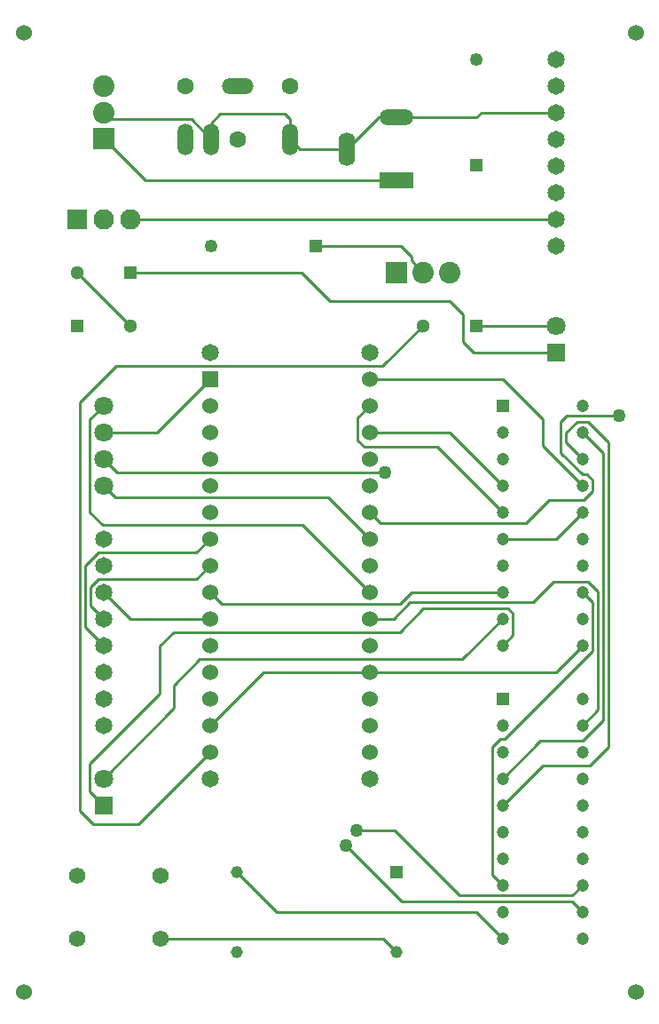
<source format=gbl>
G04*
G04 #@! TF.GenerationSoftware,Altium Limited,Altium Designer,23.3.1 (30)*
G04*
G04 Layer_Physical_Order=2*
G04 Layer_Color=16711680*
%FSLAX44Y44*%
%MOMM*%
G71*
G04*
G04 #@! TF.SameCoordinates,D36B0BC1-D60A-48D3-9530-44C1F81AE03C*
G04*
G04*
G04 #@! TF.FilePolarity,Positive*
G04*
G01*
G75*
%ADD15C,0.2540*%
G04:AMPARAMS|DCode=23|XSize=3.2mm|YSize=1.6mm|CornerRadius=0.8mm|HoleSize=0mm|Usage=FLASHONLY|Rotation=0.000|XOffset=0mm|YOffset=0mm|HoleType=Round|Shape=RoundedRectangle|*
%AMROUNDEDRECTD23*
21,1,3.2000,0.0000,0,0,0.0*
21,1,1.6000,1.6000,0,0,0.0*
1,1,1.6000,0.8000,0.0000*
1,1,1.6000,-0.8000,0.0000*
1,1,1.6000,-0.8000,0.0000*
1,1,1.6000,0.8000,0.0000*
%
%ADD23ROUNDEDRECTD23*%
%ADD24R,3.2000X1.6000*%
G04:AMPARAMS|DCode=25|XSize=1.6mm|YSize=3.2mm|CornerRadius=0.8mm|HoleSize=0mm|Usage=FLASHONLY|Rotation=0.000|XOffset=0mm|YOffset=0mm|HoleType=Round|Shape=RoundedRectangle|*
%AMROUNDEDRECTD25*
21,1,1.6000,1.6000,0,0,0.0*
21,1,0.0000,3.2000,0,0,0.0*
1,1,1.6000,0.0000,-0.8000*
1,1,1.6000,0.0000,-0.8000*
1,1,1.6000,0.0000,0.8000*
1,1,1.6000,0.0000,0.8000*
%
%ADD25ROUNDEDRECTD25*%
%ADD30C,1.2500*%
%ADD31R,1.2500X1.2500*%
%ADD32R,1.2500X1.2500*%
%ADD43C,1.6500*%
%ADD44C,1.5240*%
%ADD45R,1.5240X1.5240*%
%ADD46R,1.1580X1.1580*%
%ADD47C,1.1580*%
%ADD48R,1.3000X1.3000*%
%ADD49C,1.3000*%
%ADD50R,2.0550X2.0550*%
%ADD51C,2.0550*%
%ADD52C,1.8000*%
%ADD53R,1.8000X1.8000*%
%ADD54R,1.9350X1.9350*%
%ADD55C,1.9350*%
%ADD56C,1.5750*%
%ADD57R,2.0550X2.0550*%
%ADD58O,3.0160X1.5080*%
%ADD59O,1.5080X3.0160*%
%ADD60C,1.6000*%
%ADD61C,1.2000*%
%ADD62R,1.2000X1.2000*%
%ADD63C,1.2700*%
D15*
X978408Y509270D02*
X1014730D01*
X1076706Y447294D02*
X1183894D01*
X1014730Y509270D02*
X1076706Y447294D01*
X1117600Y939800D02*
X1155700Y901700D01*
X990600Y939800D02*
X1117600D01*
X1155700Y876300D02*
Y901700D01*
Y876300D02*
X1193800Y838200D01*
X714248Y528320D02*
Y917448D01*
X748792Y951992D02*
X1002792D01*
X714248Y917448D02*
X748792Y951992D01*
X736600Y1187450D02*
X820350D01*
X791200Y406400D02*
X1003300D01*
X1016000Y393700D01*
X824992Y774192D02*
X838200Y787400D01*
X731520Y774192D02*
X824992D01*
X719328Y762000D02*
X731520Y774192D01*
X719328Y703072D02*
Y762000D01*
Y703072D02*
X736600Y685800D01*
X1183894Y441706D02*
X1193800Y431800D01*
X1021080Y441706D02*
X1183894D01*
X968248Y494538D02*
X1021080Y441706D01*
X723646Y901446D02*
X736600Y914400D01*
X723646Y812800D02*
Y901446D01*
Y812800D02*
X735584Y800862D01*
X926338D01*
X990600Y736600D01*
X1066800Y889000D02*
X1117600Y838200D01*
X990600Y889000D02*
X1066800D01*
X1097200Y1193800D02*
X1168400D01*
X1092200Y1188800D02*
X1097200Y1193800D01*
X1016000Y1188800D02*
X1092200D01*
X999000D02*
X1016000D01*
X969000Y1158800D02*
X999000Y1188800D01*
X736600Y558800D02*
X803656Y625856D01*
Y647700D01*
X828294Y672338D01*
X1078738D01*
X1117600Y711200D01*
X762000D02*
X838200D01*
X736600Y736600D02*
X762000Y711200D01*
X769620Y515620D02*
X838200Y584200D01*
X726948Y515620D02*
X769620D01*
X714248Y528320D02*
X726948Y515620D01*
X1002792Y951992D02*
X1041400Y990600D01*
X749300Y850900D02*
X1004824D01*
X736600Y863600D02*
X749300Y850900D01*
X736600Y889000D02*
X787400D01*
X838200Y939800D01*
X1117600Y787400D02*
X1168400D01*
X1193800Y812800D01*
X1178560Y904494D02*
X1228344D01*
X1173226Y899160D02*
X1178560Y904494D01*
X1173226Y869188D02*
Y899160D01*
Y869188D02*
X1193800Y848614D01*
X1198372D01*
X1203706Y843280D01*
Y833120D02*
Y843280D01*
X1194816Y824230D02*
X1203706Y833120D01*
X1161542Y824230D02*
X1194816D01*
X1139444Y802132D02*
X1161542Y824230D01*
X1001268Y802132D02*
X1139444D01*
X990600Y812800D02*
X1001268Y802132D01*
X1055370Y875030D02*
X1117600Y812800D01*
X985520Y875030D02*
X1055370D01*
X979170Y881380D02*
X985520Y875030D01*
X979170Y881380D02*
Y902970D01*
X990600Y914400D01*
X724408Y723392D02*
X736600Y711200D01*
X724408Y723392D02*
Y741680D01*
X731520Y748792D01*
X824992D01*
X838200Y762000D01*
X1117600Y533400D02*
X1155700Y571500D01*
X1201166D01*
X1218850Y589184D01*
Y878936D01*
X1198880Y898906D02*
X1218850Y878936D01*
X1188720Y898906D02*
X1198880D01*
X1178306Y888492D02*
X1188720Y898906D01*
X1178306Y879094D02*
Y888492D01*
Y879094D02*
X1193800Y863600D01*
X1183894Y447294D02*
X1193800Y457200D01*
X723646Y546354D02*
X736600Y533400D01*
X723646Y546354D02*
Y572516D01*
X790448Y639318D01*
Y685038D01*
X803910Y698500D01*
X1019302D01*
X1041908Y721106D01*
X1122680D01*
X1127506Y716280D01*
Y695706D02*
Y716280D01*
X1117600Y685800D02*
X1127506Y695706D01*
X1107694Y467106D02*
X1117600Y457200D01*
X1107694Y467106D02*
Y589280D01*
X1115314Y596900D01*
X1119886D01*
X1203610Y680624D01*
Y726790D01*
X1193800Y736600D02*
X1203610Y726790D01*
X1193800Y889000D02*
X1213770Y869030D01*
Y614584D02*
Y869030D01*
X1194054Y594868D02*
X1213770Y614584D01*
X1153668Y594868D02*
X1194054D01*
X1117600Y558800D02*
X1153668Y594868D01*
X1030698Y736600D02*
X1117600D01*
X1019268Y725170D02*
X1030698Y736600D01*
X849630Y725170D02*
X1019268D01*
X838200Y736600D02*
X849630Y725170D01*
X990600Y711200D02*
X1013460D01*
X1028954Y726694D01*
X1146302D01*
X1166114Y746506D01*
X1198880D01*
X1208690Y736696D01*
Y624490D02*
Y736696D01*
X1193800Y609600D02*
X1208690Y624490D01*
X990600Y660400D02*
X1168400D01*
X1193800Y685800D01*
X889000Y660400D02*
X990600D01*
X838200Y609600D02*
X889000Y660400D01*
X863600Y469900D02*
X901700Y431800D01*
X1092200D01*
X1117600Y406400D01*
X1030224Y1052576D02*
X1041400Y1041400D01*
X1030224Y1052576D02*
Y1056640D01*
X1020064Y1066800D02*
X1030224Y1056640D01*
X939000Y1066800D02*
X1020064D01*
X736600Y1187450D02*
Y1193800D01*
X820350Y1187450D02*
X839400Y1168400D01*
X951230Y826770D02*
X990600Y787400D01*
X748030Y826770D02*
X951230D01*
X736600Y838200D02*
X748030Y826770D01*
X762000Y1041400D02*
X925576D01*
X952754Y1014222D01*
X1066800D01*
X1079500Y1001522D01*
Y975360D02*
Y1001522D01*
Y975360D02*
X1089660Y965200D01*
X1168400D01*
X924000Y1158800D02*
X969000D01*
X914400Y1168400D02*
X924000Y1158800D01*
X839400Y1168400D02*
Y1183640D01*
X848130Y1192371D01*
X909320D01*
X914400Y1187290D01*
Y1168400D02*
Y1187290D01*
X776249Y1128800D02*
X1016000D01*
X736600Y1168450D02*
X776249Y1128800D01*
X762000Y1092200D02*
X1168400D01*
X711200Y1041400D02*
X762000Y990600D01*
X1092200D02*
X1168400D01*
D23*
X1016000Y1188800D02*
D03*
D24*
Y1128800D02*
D03*
D25*
X969000Y1158800D02*
D03*
D30*
X839000Y1066800D02*
D03*
X1092200Y1243800D02*
D03*
D31*
X939000Y1066800D02*
D03*
D32*
X1092200Y1143800D02*
D03*
D43*
X838200Y558800D02*
D03*
X990600D02*
D03*
Y965200D02*
D03*
X838200D02*
D03*
X736600Y609600D02*
D03*
Y635000D02*
D03*
Y660400D02*
D03*
Y685800D02*
D03*
Y711200D02*
D03*
Y736600D02*
D03*
Y762000D02*
D03*
Y787400D02*
D03*
X1168400Y1066800D02*
D03*
Y1092200D02*
D03*
Y1117600D02*
D03*
Y1143000D02*
D03*
Y1168400D02*
D03*
Y1193800D02*
D03*
Y1219200D02*
D03*
Y1244600D02*
D03*
D44*
X990600Y939800D02*
D03*
Y914400D02*
D03*
Y889000D02*
D03*
Y863600D02*
D03*
Y838200D02*
D03*
Y812800D02*
D03*
Y787400D02*
D03*
Y762000D02*
D03*
Y736600D02*
D03*
Y711200D02*
D03*
Y685800D02*
D03*
Y660400D02*
D03*
Y635000D02*
D03*
Y609600D02*
D03*
Y584200D02*
D03*
X838200D02*
D03*
Y609600D02*
D03*
Y635000D02*
D03*
Y660400D02*
D03*
Y685800D02*
D03*
Y711200D02*
D03*
Y736600D02*
D03*
Y762000D02*
D03*
Y787400D02*
D03*
Y812800D02*
D03*
Y838200D02*
D03*
Y863600D02*
D03*
Y889000D02*
D03*
Y914400D02*
D03*
X660400Y1270000D02*
D03*
X1244600D02*
D03*
Y355600D02*
D03*
X660400D02*
D03*
D45*
X838200Y939800D02*
D03*
D46*
X1016000Y469900D02*
D03*
D47*
X863600D02*
D03*
Y393700D02*
D03*
X1016000D02*
D03*
D48*
X1092200Y990600D02*
D03*
X762000Y1041400D02*
D03*
X711200Y990600D02*
D03*
D49*
X1041400D02*
D03*
X711200Y1041400D02*
D03*
X762000Y990600D02*
D03*
D50*
X1016050Y1041400D02*
D03*
D51*
X1041400D02*
D03*
X1066750D02*
D03*
X736600Y1193800D02*
D03*
Y1219150D02*
D03*
D52*
X1168400Y990600D02*
D03*
X736600Y558800D02*
D03*
Y914400D02*
D03*
Y889000D02*
D03*
Y863600D02*
D03*
Y838200D02*
D03*
D53*
X1168400Y965200D02*
D03*
X736600Y533400D02*
D03*
D54*
X711200Y1092200D02*
D03*
D55*
X736600D02*
D03*
X762000D02*
D03*
D56*
X711200Y466400D02*
D03*
Y406400D02*
D03*
X791200Y466400D02*
D03*
Y406400D02*
D03*
D57*
X736600Y1168450D02*
D03*
D58*
X864400Y1218400D02*
D03*
D59*
X814400Y1168400D02*
D03*
X914400D02*
D03*
X839400D02*
D03*
D60*
X864400D02*
D03*
X814400Y1218400D02*
D03*
X914400D02*
D03*
D61*
X1193800Y914400D02*
D03*
Y889000D02*
D03*
Y863600D02*
D03*
Y838200D02*
D03*
Y812800D02*
D03*
Y787400D02*
D03*
Y762000D02*
D03*
Y736600D02*
D03*
Y711200D02*
D03*
Y685800D02*
D03*
X1117600D02*
D03*
Y711200D02*
D03*
Y736600D02*
D03*
Y762000D02*
D03*
Y787400D02*
D03*
Y812800D02*
D03*
Y838200D02*
D03*
Y863600D02*
D03*
Y889000D02*
D03*
X1193800Y635000D02*
D03*
Y609600D02*
D03*
Y584200D02*
D03*
Y558800D02*
D03*
Y533400D02*
D03*
Y508000D02*
D03*
Y482600D02*
D03*
Y457200D02*
D03*
Y431800D02*
D03*
Y406400D02*
D03*
X1117600D02*
D03*
Y431800D02*
D03*
Y457200D02*
D03*
Y482600D02*
D03*
Y508000D02*
D03*
Y533400D02*
D03*
Y558800D02*
D03*
Y584200D02*
D03*
Y609600D02*
D03*
D62*
Y914400D02*
D03*
Y635000D02*
D03*
D63*
X968248Y494538D02*
D03*
X1004824Y850900D02*
D03*
X1228344Y904494D02*
D03*
X978408Y509270D02*
D03*
M02*

</source>
